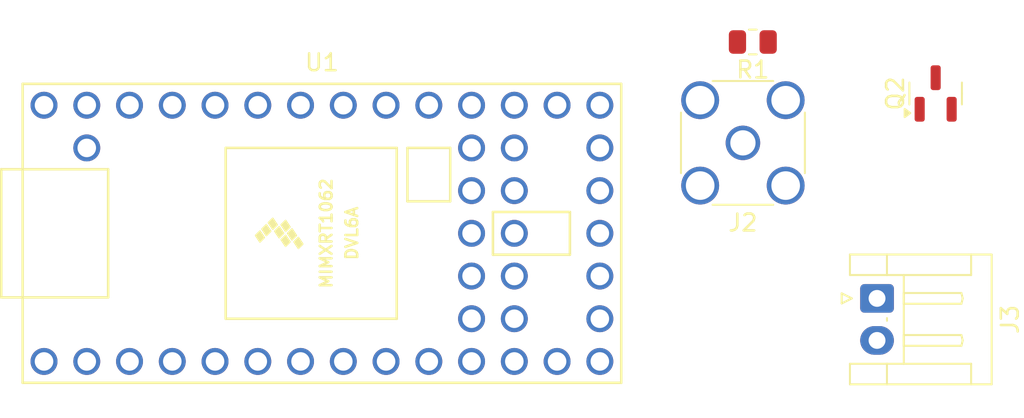
<source format=kicad_pcb>
(kicad_pcb (version 20240108) (generator "pcbnew") (generator_version "8.0")
  (layers (0 "F.Cu" signal) (31 "B.Cu" signal) (34 "B.Paste" user) (35 "F.Paste" user) (36 "B.SilkS" user "B.Silkscreen") (37 "F.SilkS" user "F.Silkscreen") (38 "B.Mask" user) (39 "F.Mask" user) (44 "Edge.Cuts" user))
  (net 0 "")
  (net 1 "GND")
  (net 2 "/Laser -")
  (net 3 "/Ext Trig Inp")
  (net 4 "/Laser +")
  (net 5 "/Laser Out")
  (net 43 "Net-(Q2-B)")
  (footprint "Connector_JST:JST_EH_S2B-EH_1x02_P2.50mm_Horizontal" (layer "F.Cu") (at 138.9675 62.75 -90)
    (property "Reference" "J3" (at 1.25 -7.9 90) (layer "F.SilkS"))
    (property "Value" "Conn_01x02")
    (fp_line (start -0.3 2.1) (end 0.3 2.1) (stroke (width 0.12)) (layer "F.SilkS"))
    (fp_line (start 0.3 2.1) (end 0 1.5) (stroke (width 0.12)) (layer "F.SilkS"))
    (fp_line (start -2.61 1.61) (end -2.61 -6.81) (stroke (width 0.12)) (layer "F.SilkS"))
    (fp_line (start -1.39 1.61) (end -2.61 1.61) (stroke (width 0.12)) (layer "F.SilkS"))
    (fp_line (start 3.89 1.61) (end 3.89 -0.59) (stroke (width 0.12)) (layer "F.SilkS"))
    (fp_line (start 5.11 1.61) (end 3.89 1.61) (stroke (width 0.12)) (layer "F.SilkS"))
    (fp_line (start 0 1.5) (end -0.3 2.1) (stroke (width 0.12)) (layer "F.SilkS"))
    (fp_line (start -1.39 -0.59) (end -1.39 1.61) (stroke (width 0.12)) (layer "F.SilkS"))
    (fp_line (start -1.39 -0.59) (end -2.61 -0.59) (stroke (width 0.12)) (layer "F.SilkS"))
    (fp_line (start 1.17 -0.59) (end 1.33 -0.59) (stroke (width 0.12)) (layer "F.SilkS"))
    (fp_line (start 3.89 -0.59) (end 5.11 -0.59) (stroke (width 0.12)) (layer "F.SilkS"))
    (fp_line (start -1.39 -1.59) (end 3.89 -1.59) (stroke (width 0.12)) (layer "F.SilkS"))
    (fp_line (start -0.32 -1.59) (end -0.32 -5.01) (stroke (width 0.12)) (layer "F.SilkS"))
    (fp_line (start 0 -1.59) (end -0.32 -1.59) (stroke (width 0.12)) (layer "F.SilkS"))
    (fp_line (start 0.32 -1.59) (end 0 -1.59) (stroke (width 0.12)) (layer "F.SilkS"))
    (fp_line (start 2.18 -1.59) (end 2.18 -5.01) (stroke (width 0.12)) (layer "F.SilkS"))
    (fp_line (start 2.5 -1.59) (end 2.18 -1.59) (stroke (width 0.12)) (layer "F.SilkS"))
    (fp_line (start 2.82 -1.59) (end 2.5 -1.59) (stroke (width 0.12)) (layer "F.SilkS"))
    (fp_line (start -0.32 -5.01) (end 0 -5.09) (stroke (width 0.12)) (layer "F.SilkS"))
    (fp_line (start 0.32 -5.01) (end 0.32 -1.59) (stroke (width 0.12)) (layer "F.SilkS"))
    (fp_line (start 2.18 -5.01) (end 2.5 -5.09) (stroke (width 0.12)) (layer "F.SilkS"))
    (fp_line (start 2.82 -5.01) (end 2.82 -1.59) (stroke (width 0.12)) (layer "F.SilkS"))
    (fp_line (start 0 -5.09) (end 0.32 -5.01) (stroke (width 0.12)) (layer "F.SilkS"))
    (fp_line (start 2.5 -5.09) (end 2.82 -5.01) (stroke (width 0.12)) (layer "F.SilkS"))
    (fp_line (start -2.61 -5.59) (end -1.39 -5.59) (stroke (width 0.12)) (layer "F.SilkS"))
    (fp_line (start -1.39 -5.59) (end -1.39 -0.59) (stroke (width 0.12)) (layer "F.SilkS"))
    (fp_line (start 3.89 -5.59) (end 3.89 -0.59) (stroke (width 0.12)) (layer "F.SilkS"))
    (fp_line (start 5.11 -5.59) (end 3.89 -5.59) (stroke (width 0.12)) (layer "F.SilkS"))
    (fp_line (start -2.61 -6.81) (end 5.11 -6.81) (stroke (width 0.12)) (layer "F.SilkS"))
    (fp_line (start 5.11 -6.81) (end 5.11 1.61) (stroke (width 0.12)) (layer "F.SilkS"))
    (pad "1" thru_hole roundrect (at 0 0 270) (size 1.7 2) (drill 1) (layers "*.Cu" "*.Mask") (roundrect_rratio 0.147059) (net 2 "/Laser -"))
    (pad "2" thru_hole oval (at 2.5 0 270) (size 1.7 2) (drill 1) (layers "*.Cu" "*.Mask") (net 4 "/Laser +"))
  )
  (footprint "Package_TO_SOT_SMD:SOT-23" (layer "F.Cu") (at 142.45 50.5625 90)
    (property "Reference" "Q2" (at 0 -2.4 270) (layer "F.SilkS"))
    (property "Value" "Q_NPN_BCE")
    (fp_line (start 0 -1.56) (end 0.65 -1.56) (stroke (width 0.12)) (layer "F.SilkS"))
    (fp_line (start 0 -1.56) (end -0.65 -1.56) (stroke (width 0.12)) (layer "F.SilkS"))
    (fp_line (start 0 1.56) (end 0.65 1.56) (stroke (width 0.12)) (layer "F.SilkS"))
    (fp_line (start 0 1.56) (end -0.65 1.56) (stroke (width 0.12)) (layer "F.SilkS"))
    (fp_poly (pts (xy -1.1625 -1.51) (xy -1.4025 -1.84) (xy -0.9225 -1.84) (xy -1.1625 -1.51)) (stroke (width 0.12)) (fill solid) (layer "F.SilkS"))
    (pad "1" smd roundrect (at -0.9375 -0.95 90) (size 1.475 0.6) (layers "F.Cu" "F.Paste" "F.Mask") (net 43 "Net-(Q2-B)"))
    (pad "2" smd roundrect (at -0.9375 0.95 90) (size 1.475 0.6) (layers "F.Cu" "F.Paste" "F.Mask") (net 2 "/Laser -"))
    (pad "3" smd roundrect (at 0.9375 0 90) (size 1.475 0.6) (layers "F.Cu" "F.Paste" "F.Mask") (net 1 "GND"))
  )
  (footprint "Connector_Coaxial:SMA_Amphenol_132134_Vertical" (layer "F.Cu") (at 131 53.5 180)
    (property "Reference" "J2" (at 0 -4.75 180) (layer "F.SilkS"))
    (property "Value" "Conn_Coaxial_Small")
    (fp_line (start 3.68 -1.8) (end 3.68 1.8) (stroke (width 0.12)) (layer "F.SilkS"))
    (fp_line (start -1.8 3.68) (end 1.8 3.68) (stroke (width 0.12)) (layer "F.SilkS"))
    (fp_line (start -1.8 -3.68) (end 1.8 -3.68) (stroke (width 0.12)) (layer "F.SilkS"))
    (fp_line (start -3.68 -1.8) (end -3.68 1.8) (stroke (width 0.12)) (layer "F.SilkS"))
    (pad "1" thru_hole circle (at 0 0 180) (size 2.05 2.05) (drill 1.5) (layers "*.Cu" "*.Mask") (net 3 "/Ext Trig Inp"))
    (pad "2" thru_hole circle (at -2.54 -2.54 180) (size 2.25 2.25) (drill 1.7) (layers "*.Cu" "*.Mask") (net 1 "GND"))
    (pad "2" thru_hole circle (at -2.54 2.54 180) (size 2.25 2.25) (drill 1.7) (layers "*.Cu" "*.Mask") (net 1 "GND"))
    (pad "2" thru_hole circle (at 2.54 -2.54 180) (size 2.25 2.25) (drill 1.7) (layers "*.Cu" "*.Mask") (net 1 "GND"))
    (pad "2" thru_hole circle (at 2.54 2.54 180) (size 2.25 2.25) (drill 1.7) (layers "*.Cu" "*.Mask") (net 1 "GND"))
  )
  (footprint "teensy:Teensy40" (layer "F.Cu") (at 105.99 58.88)
    (property "Reference" "U1" (at 0 -10.16 0) (layer "F.SilkS"))
    (property "Value" "Teensy4.0")
    (fp_line (start -19.05 -3.81) (end -17.78 -3.81) (stroke (width 0.15)) (layer "F.SilkS"))
    (fp_line (start -19.05 3.81) (end -19.05 -3.81) (stroke (width 0.15)) (layer "F.SilkS"))
    (fp_line (start -17.78 -8.89) (end 17.78 -8.89) (stroke (width 0.15)) (layer "F.SilkS"))
    (fp_line (start -17.78 3.81) (end -19.05 3.81) (stroke (width 0.15)) (layer "F.SilkS"))
    (fp_line (start -17.78 8.89) (end -17.78 -8.89) (stroke (width 0.15)) (layer "F.SilkS"))
    (fp_line (start -12.7 -3.81) (end -17.78 -3.81) (stroke (width 0.15)) (layer "F.SilkS"))
    (fp_line (start -12.7 3.81) (end -17.78 3.81) (stroke (width 0.15)) (layer "F.SilkS"))
    (fp_line (start -12.7 3.81) (end -12.7 -3.81) (stroke (width 0.15)) (layer "F.SilkS"))
    (fp_line (start -5.715 -5.08) (end -5.715 5.08) (stroke (width 0.15)) (layer "F.SilkS"))
    (fp_line (start 4.445 -5.08) (end -5.715 -5.08) (stroke (width 0.15)) (layer "F.SilkS"))
    (fp_line (start 4.445 5.08) (end -5.715 5.08) (stroke (width 0.15)) (layer "F.SilkS"))
    (fp_line (start 4.445 5.08) (end 4.445 -5.08) (stroke (width 0.15)) (layer "F.SilkS"))
    (fp_line (start 5.08 -5.08) (end 7.62 -5.08) (stroke (width 0.15)) (layer "F.SilkS"))
    (fp_line (start 5.08 -1.905) (end 5.08 -5.08) (stroke (width 0.15)) (layer "F.SilkS"))
    (fp_line (start 7.62 -5.08) (end 7.62 -1.905) (stroke (width 0.15)) (layer "F.SilkS"))
    (fp_line (start 7.62 -1.905) (end 5.08 -1.905) (stroke (width 0.15)) (layer "F.SilkS"))
    (fp_line (start 10.16 -1.27) (end 14.732 -1.27) (stroke (width 0.15)) (layer "F.SilkS"))
    (fp_line (start 10.16 1.27) (end 10.16 -1.27) (stroke (width 0.15)) (layer "F.SilkS"))
    (fp_line (start 14.732 -1.27) (end 14.732 1.27) (stroke (width 0.15)) (layer "F.SilkS"))
    (fp_line (start 14.732 1.27) (end 10.16 1.27) (stroke (width 0.15)) (layer "F.SilkS"))
    (fp_line (start 17.78 -8.89) (end 17.78 8.89) (stroke (width 0.15)) (layer "F.SilkS"))
    (fp_line (start 17.78 8.89) (end -17.78 8.89) (stroke (width 0.15)) (layer "F.SilkS"))
    (fp_poly (pts (xy -3.937 0.127) (xy -3.683 -0.127) (xy -3.429 0.254) (xy -3.683 0.508)) (stroke (width 0.1)) (fill solid) (layer "F.SilkS"))
    (fp_poly (pts (xy -3.556 -0.254) (xy -3.302 -0.508) (xy -3.048 -0.127) (xy -3.302 0.127)) (stroke (width 0.1)) (fill solid) (layer "F.SilkS"))
    (fp_poly (pts (xy -3.175 -0.635) (xy -2.921 -0.889) (xy -2.667 -0.508) (xy -2.921 -0.254)) (stroke (width 0.1)) (fill solid) (layer "F.SilkS"))
    (fp_poly (pts (xy -2.794 -0.127) (xy -2.54 -0.381) (xy -2.286 0) (xy -2.54 0.254)) (stroke (width 0.1)) (fill solid) (layer "F.SilkS"))
    (fp_poly (pts (xy -2.413 -0.508) (xy -2.159 -0.762) (xy -1.905 -0.381) (xy -2.159 -0.127)) (stroke (width 0.1)) (fill solid) (layer "F.SilkS"))
    (fp_poly (pts (xy -2.413 0.381) (xy -2.159 0.127) (xy -1.905 0.508) (xy -2.159 0.762)) (stroke (width 0.1)) (fill solid) (layer "F.SilkS"))
    (fp_poly (pts (xy -2.032 0) (xy -1.778 -0.254) (xy -1.524 0.127) (xy -1.778 0.381)) (stroke (width 0.1)) (fill solid) (layer "F.SilkS"))
    (fp_poly (pts (xy -1.651 0.508) (xy -1.397 0.254) (xy -1.143 0.635) (xy -1.397 0.889)) (stroke (width 0.1)) (fill solid) (layer "F.SilkS"))
    (fp_text user "DVL6A" (at 1.778 0 90) (layer "F.SilkS") (effects (font (size 0.7 0.7))))
    (fp_text user "MIMXRT1062" (at 0.254 0 90) (layer "F.SilkS") (effects (font (size 0.7 0.7))))
    (pad "1" thru_hole circle (at -16.51 7.62) (size 1.6 1.6) (drill 1.1) (layers "*.Cu" "*.Mask") (net 1 "GND"))
    (pad "2" thru_hole circle (at -13.97 7.62) (size 1.6 1.6) (drill 1.1) (layers "*.Cu" "*.Mask"))
    (pad "3" thru_hole circle (at -11.43 7.62) (size 1.6 1.6) (drill 1.1) (layers "*.Cu" "*.Mask"))
    (pad "4" thru_hole circle (at -8.89 7.62) (size 1.6 1.6) (drill 1.1) (layers "*.Cu" "*.Mask"))
    (pad "5" thru_hole circle (at -6.35 7.62) (size 1.6 1.6) (drill 1.1) (layers "*.Cu" "*.Mask"))
    (pad "6" thru_hole circle (at -3.81 7.62) (size 1.6 1.6) (drill 1.1) (layers "*.Cu" "*.Mask"))
    (pad "7" thru_hole circle (at -1.27 7.62) (size 1.6 1.6) (drill 1.1) (layers "*.Cu" "*.Mask"))
    (pad "8" thru_hole circle (at 1.27 7.62) (size 1.6 1.6) (drill 1.1) (layers "*.Cu" "*.Mask"))
    (pad "9" thru_hole circle (at 3.81 7.62) (size 1.6 1.6) (drill 1.1) (layers "*.Cu" "*.Mask"))
    (pad "10" thru_hole circle (at 6.35 7.62) (size 1.6 1.6) (drill 1.1) (layers "*.Cu" "*.Mask"))
    (pad "11" thru_hole circle (at 8.89 7.62) (size 1.6 1.6) (drill 1.1) (layers "*.Cu" "*.Mask"))
    (pad "12" thru_hole circle (at 11.43 7.62) (size 1.6 1.6) (drill 1.1) (layers "*.Cu" "*.Mask"))
    (pad "13" thru_hole circle (at 13.97 7.62) (size 1.6 1.6) (drill 1.1) (layers "*.Cu" "*.Mask"))
    (pad "14" thru_hole circle (at 16.51 7.62) (size 1.6 1.6) (drill 1.1) (layers "*.Cu" "*.Mask"))
    (pad "15" thru_hole circle (at 16.51 5.08) (size 1.6 1.6) (drill 1.1) (layers "*.Cu" "*.Mask"))
    (pad "16" thru_hole circle (at 16.51 2.54) (size 1.6 1.6) (drill 1.1) (layers "*.Cu" "*.Mask"))
    (pad "17" thru_hole circle (at 16.51 0) (size 1.6 1.6) (drill 1.1) (layers "*.Cu" "*.Mask") (net 1 "GND"))
    (pad "18" thru_hole circle (at 16.51 -2.54) (size 1.6 1.6) (drill 1.1) (layers "*.Cu" "*.Mask"))
    (pad "19" thru_hole circle (at 16.51 -5.08) (size 1.6 1.6) (drill 1.1) (layers "*.Cu" "*.Mask"))
    (pad "20" thru_hole circle (at 16.51 -7.62) (size 1.6 1.6) (drill 1.1) (layers "*.Cu" "*.Mask"))
    (pad "21" thru_hole circle (at 13.97 -7.62) (size 1.6 1.6) (drill 1.1) (layers "*.Cu" "*.Mask"))
    (pad "22" thru_hole circle (at 11.43 -7.62) (size 1.6 1.6) (drill 1.1) (layers "*.Cu" "*.Mask") (net 5 "/Laser Out"))
    (pad "23" thru_hole circle (at 8.89 -7.62) (size 1.6 1.6) (drill 1.1) (layers "*.Cu" "*.Mask") (net 3 "/Ext Trig Inp"))
    (pad "24" thru_hole circle (at 6.35 -7.62) (size 1.6 1.6) (drill 1.1) (layers "*.Cu" "*.Mask"))
    (pad "25" thru_hole circle (at 3.81 -7.62) (size 1.6 1.6) (drill 1.1) (layers "*.Cu" "*.Mask"))
    (pad "26" thru_hole circle (at 1.27 -7.62) (size 1.6 1.6) (drill 1.1) (layers "*.Cu" "*.Mask"))
    (pad "27" thru_hole circle (at -1.27 -7.62) (size 1.6 1.6) (drill 1.1) (layers "*.Cu" "*.Mask"))
    (pad "28" thru_hole circle (at -3.81 -7.62) (size 1.6 1.6) (drill 1.1) (layers "*.Cu" "*.Mask"))
    (pad "29" thru_hole circle (at -6.35 -7.62) (size 1.6 1.6) (drill 1.1) (layers "*.Cu" "*.Mask"))
    (pad "30" thru_hole circle (at -8.89 -7.62) (size 1.6 1.6) (drill 1.1) (layers "*.Cu" "*.Mask"))
    (pad "31" thru_hole circle (at -11.43 -7.62) (size 1.6 1.6) (drill 1.1) (layers "*.Cu" "*.Mask"))
    (pad "32" thru_hole circle (at -13.97 -7.62) (size 1.6 1.6) (drill 1.1) (layers "*.Cu" "*.Mask") (net 1 "GND"))
    (pad "33" thru_hole circle (at -16.51 -7.62) (size 1.6 1.6) (drill 1.1) (layers "*.Cu" "*.Mask") (net 4 "/Laser +"))
    (pad "34" thru_hole circle (at -13.97 -5.08) (size 1.6 1.6) (drill 1.1) (layers "*.Cu" "*.Mask"))
    (pad "35" thru_hole circle (at 11.43 -5.08) (size 1.6 1.6) (drill 1.1) (layers "*.Cu" "*.Mask"))
    (pad "36" thru_hole circle (at 8.89 -5.08) (size 1.6 1.6) (drill 1.1) (layers "*.Cu" "*.Mask"))
    (pad "37" thru_hole circle (at 11.43 -2.54) (size 1.6 1.6) (drill 1.1) (layers "*.Cu" "*.Mask"))
    (pad "38" thru_hole circle (at 8.89 -2.54) (size 1.6 1.6) (drill 1.1) (layers "*.Cu" "*.Mask"))
    (pad "39" thru_hole circle (at 11.43 0) (size 1.6 1.6) (drill 1.1) (layers "*.Cu" "*.Mask"))
    (pad "40" thru_hole circle (at 8.89 0) (size 1.6 1.6) (drill 1.1) (layers "*.Cu" "*.Mask"))
    (pad "41" thru_hole circle (at 11.43 2.54) (size 1.6 1.6) (drill 1.1) (layers "*.Cu" "*.Mask"))
    (pad "42" thru_hole circle (at 8.89 2.54) (size 1.6 1.6) (drill 1.1) (layers "*.Cu" "*.Mask"))
    (pad "43" thru_hole circle (at 11.43 5.08) (size 1.6 1.6) (drill 1.1) (layers "*.Cu" "*.Mask"))
    (pad "44" thru_hole circle (at 8.89 5.08) (size 1.6 1.6) (drill 1.1) (layers "*.Cu" "*.Mask"))
  )
  (footprint "Resistor_SMD:R_0805_2012Metric" (layer "F.Cu") (at 131.5875 47.5 180)
    (property "Reference" "R1" (at 0 -1.65 180) (layer "F.SilkS"))
    (property "Value" "R")
    (fp_line (start -0.227064 0.735) (end 0.227064 0.735) (stroke (width 0.12)) (layer "F.SilkS"))
    (fp_line (start -0.227064 -0.735) (end 0.227064 -0.735) (stroke (width 0.12)) (layer "F.SilkS"))
    (pad "1" smd roundrect (at -0.9125 0 180) (size 1.025 1.4) (layers "F.Cu" "F.Paste" "F.Mask") (roundrect_rratio 0.243902) (net 43 "Net-(Q2-B)"))
    (pad "2" smd roundrect (at 0.9125 0 180) (size 1.025 1.4) (layers "F.Cu" "F.Paste" "F.Mask") (roundrect_rratio 0.243902) (net 5 "/Laser Out"))
  )
)
</source>
